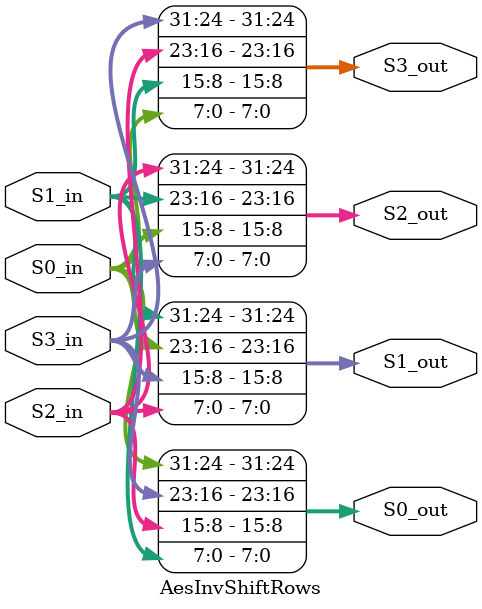
<source format=v>

`timescale 1ns/1ps

module AesInvShiftRows (
        S0_in,
        S1_in,
        S2_in,
        S3_in,

        S0_out,
        S1_out,
        S2_out,
        S3_out
  );

  input  [31:0] S0_in;
  input  [31:0] S1_in;
  input  [31:0] S2_in;
  input  [31:0] S3_in;
  
  output [31:0] S0_out;
  output [31:0] S1_out;
  output [31:0] S2_out;
  output [31:0] S3_out;

  wire   [31:0] S0_out;
  wire   [31:0] S1_out;
  wire   [31:0] S2_out;
  wire   [31:0] S3_out;

  assign S0_out [31:24] = S0_in [31:24];
  assign S1_out [31:24] = S1_in [31:24];
  assign S2_out [31:24] = S2_in [31:24];
  assign S3_out [31:24] = S3_in [31:24];
  
  assign S0_out [23:16] = S3_in [23:16];
  assign S1_out [23:16] = S0_in [23:16];
  assign S2_out [23:16] = S1_in [23:16];
  assign S3_out [23:16] = S2_in [23:16];

  assign S0_out [15: 8] = S2_in [15: 8];
  assign S1_out [15: 8] = S3_in [15: 8];
  assign S2_out [15: 8] = S0_in [15: 8];
  assign S3_out [15: 8] = S1_in [15: 8];

  assign S0_out [ 7: 0] = S1_in [ 7: 0];
  assign S1_out [ 7: 0] = S2_in [ 7: 0];
  assign S2_out [ 7: 0] = S3_in [ 7: 0];
  assign S3_out [ 7: 0] = S0_in [ 7: 0];

endmodule
</source>
